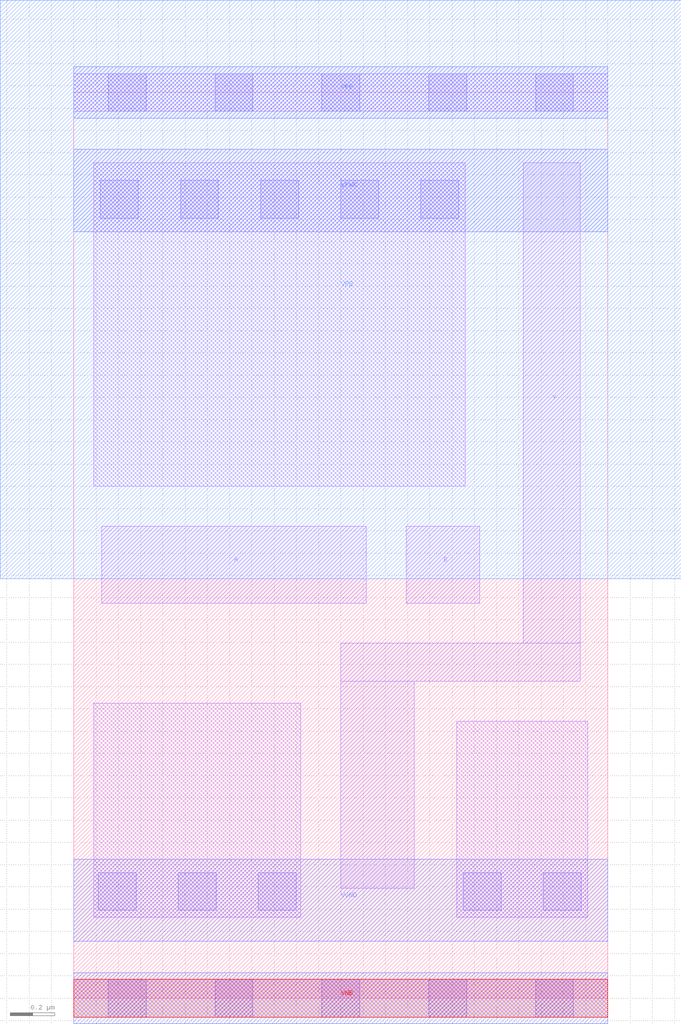
<source format=lef>
# Copyright 2020 The SkyWater PDK Authors
#
# Licensed under the Apache License, Version 2.0 (the "License");
# you may not use this file except in compliance with the License.
# You may obtain a copy of the License at
#
#     https://www.apache.org/licenses/LICENSE-2.0
#
# Unless required by applicable law or agreed to in writing, software
# distributed under the License is distributed on an "AS IS" BASIS,
# WITHOUT WARRANTIES OR CONDITIONS OF ANY KIND, either express or implied.
# See the License for the specific language governing permissions and
# limitations under the License.
#
# SPDX-License-Identifier: Apache-2.0

VERSION 5.7 ;
  NOWIREEXTENSIONATPIN ON ;
  DIVIDERCHAR "/" ;
  BUSBITCHARS "[]" ;
MACRO sky130_fd_sc_hvl__nor2_1
  CLASS CORE ;
  FOREIGN sky130_fd_sc_hvl__nor2_1 ;
  ORIGIN  0.000000  0.000000 ;
  SIZE  2.400000 BY  4.070000 ;
  SYMMETRY X Y ;
  SITE unithv ;
  PIN A
    ANTENNAGATEAREA  1.125000 ;
    DIRECTION INPUT ;
    USE SIGNAL ;
    PORT
      LAYER li1 ;
        RECT 0.125000 1.775000 1.315000 2.120000 ;
    END
  END A
  PIN B
    ANTENNAGATEAREA  1.125000 ;
    DIRECTION INPUT ;
    USE SIGNAL ;
    PORT
      LAYER li1 ;
        RECT 1.495000 1.775000 1.825000 2.120000 ;
    END
  END B
  PIN Y
    ANTENNADIFFAREA  0.637500 ;
    DIRECTION OUTPUT ;
    USE SIGNAL ;
    PORT
      LAYER li1 ;
        RECT 1.200000 0.495000 1.530000 1.425000 ;
        RECT 1.200000 1.425000 2.275000 1.595000 ;
        RECT 2.020000 1.595000 2.275000 3.755000 ;
    END
  END Y
  PIN VGND
    DIRECTION INOUT ;
    USE GROUND ;
    PORT
      LAYER met1 ;
        RECT 0.000000 0.255000 2.400000 0.625000 ;
    END
  END VGND
  PIN VNB
    DIRECTION INOUT ;
    USE GROUND ;
    PORT
      LAYER met1 ;
        RECT 0.000000 -0.115000 2.400000 0.115000 ;
      LAYER pwell ;
        RECT 0.000000 -0.085000 2.400000 0.085000 ;
    END
  END VNB
  PIN VPB
    DIRECTION INOUT ;
    USE POWER ;
    PORT
      LAYER met1 ;
        RECT 0.000000 3.955000 2.400000 4.185000 ;
      LAYER nwell ;
        RECT -0.330000 1.885000 2.730000 4.485000 ;
    END
  END VPB
  PIN VPWR
    DIRECTION INOUT ;
    USE POWER ;
    PORT
      LAYER met1 ;
        RECT 0.000000 3.445000 2.400000 3.815000 ;
    END
  END VPWR
  OBS
    LAYER li1 ;
      RECT 0.000000 -0.085000 2.400000 0.085000 ;
      RECT 0.000000  3.985000 2.400000 4.155000 ;
      RECT 0.090000  0.365000 1.020000 1.325000 ;
      RECT 0.090000  2.300000 1.760000 3.755000 ;
      RECT 1.720000  0.365000 2.310000 1.245000 ;
    LAYER mcon ;
      RECT 0.110000  0.395000 0.280000 0.565000 ;
      RECT 0.120000  3.505000 0.290000 3.675000 ;
      RECT 0.155000 -0.085000 0.325000 0.085000 ;
      RECT 0.155000  3.985000 0.325000 4.155000 ;
      RECT 0.470000  0.395000 0.640000 0.565000 ;
      RECT 0.480000  3.505000 0.650000 3.675000 ;
      RECT 0.635000 -0.085000 0.805000 0.085000 ;
      RECT 0.635000  3.985000 0.805000 4.155000 ;
      RECT 0.830000  0.395000 1.000000 0.565000 ;
      RECT 0.840000  3.505000 1.010000 3.675000 ;
      RECT 1.115000 -0.085000 1.285000 0.085000 ;
      RECT 1.115000  3.985000 1.285000 4.155000 ;
      RECT 1.200000  3.505000 1.370000 3.675000 ;
      RECT 1.560000  3.505000 1.730000 3.675000 ;
      RECT 1.595000 -0.085000 1.765000 0.085000 ;
      RECT 1.595000  3.985000 1.765000 4.155000 ;
      RECT 1.750000  0.395000 1.920000 0.565000 ;
      RECT 2.075000 -0.085000 2.245000 0.085000 ;
      RECT 2.075000  3.985000 2.245000 4.155000 ;
      RECT 2.110000  0.395000 2.280000 0.565000 ;
  END
END sky130_fd_sc_hvl__nor2_1
END LIBRARY

</source>
